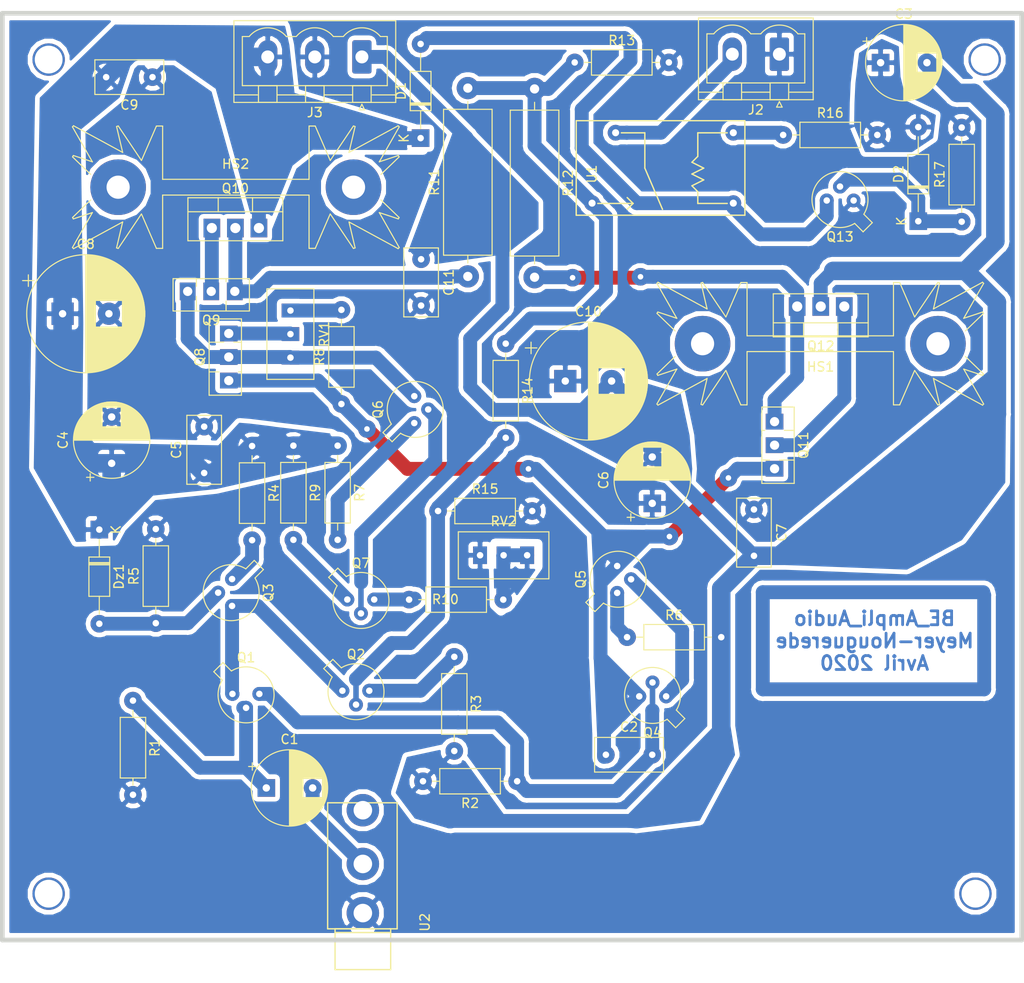
<source format=kicad_pcb>
(kicad_pcb (version 20171130) (host pcbnew "(5.0.0)")
  (title_block (title BE_Ampli_Audio) (date 2020-04-04) (rev V0) (company "INSA GEI") (comment 1 "Carole Meyer") (comment 2 "Louis Nouguerede"))
  (layers (0 F.Cu signal) (31 B.Cu signal) (34 B.Paste user hide) (35 F.Paste user) (36 B.SilkS user hide) (37 F.SilkS user) (38 B.Mask user hide) (39 F.Mask user hide) (44 Edge.Cuts user))
  (net 0 "")
  (net 1 "Net-(C1-Pad1)")
  (net 2 "Net-(C1-Pad2)")
  (net 3 "Net-(C2-Pad1)")
  (net 4 "Net-(C2-Pad2)")
  (net 5 -12V)
  (net 6 "Net-(C3-Pad1)")
  (net 7 GND)
  (net 8 +12V)
  (net 9 "Net-(D1-Pad2)")
  (net 10 "Net-(D2-Pad1)")
  (net 11 "Net-(Dz1-Pad2)")
  (net 12 "Net-(Q1-Pad1)")
  (net 13 "Net-(Q2-Pad2)")
  (net 14 "Net-(Q2-Pad3)")
  (net 15 "Net-(Q3-Pad1)")
  (net 16 "Net-(Q4-Pad1)")
  (net 17 "Net-(Q5-Pad1)")
  (net 18 "Net-(Q6-Pad3)")
  (net 19 "Net-(Q6-Pad2)")
  (net 20 "Net-(Q6-Pad1)")
  (net 21 "Net-(Q7-Pad1)")
  (net 22 "Net-(Q7-Pad3)")
  (net 23 "Net-(Q8-Pad3)")
  (net 24 "Net-(Q10-Pad2)")
  (net 25 "Net-(Q10-Pad1)")
  (net 26 "Net-(Q11-Pad2)")
  (net 27 "Net-(Q11-Pad1)")
  (net 28 "Net-(R8-Pad2)")
  (net 29 "Net-(R10-Pad2)")
  (net 30 "Net-(R11-Pad2)")
  (net 31 "Net-(R16-Pad1)")
  (net 32 "Net-(U2-PadTN)")
  (net 33 "Net-(J2-Pad2)")
  (module Be-Elec:RelayBE (layer F.Cu) (at 107.9881 43.9928 180)
    (fp_text reference U1 (at 16.51 4.445 270) (layer F.SilkS))
    (fp_text value Relay_1CT)
    (pad 7 thru_hole circle (at 16.49 1.3 180) (size 1.7 1.7) (drill 0.762) (layers *.Cu *.Mask) (net 30 "Net-(R11-Pad2)"))
    (pad 1 thru_hole circle (at 13.95 8.9 270) (size 1.7 1.7) (drill 0.762) (layers *.Cu *.Mask) (net 33 "Net-(J2-Pad2)"))
    (pad 6 thru_hole circle (at 1.25 1.3 180) (size 1.7 1.7) (drill 0.762) (layers *.Cu *.Mask) (net 9 "Net-(D1-Pad2)"))
    (pad 2 thru_hole circle (at 1.25 8.9 180) (size 1.7 1.7) (drill 0.762) (layers *.Cu *.Mask) (net 31 "Net-(R16-Pad1)"))
  )
  (module Be-Elec:CP_Radial_D8.0mm_P5.00mm (layer F.Cu) (at 122.6312 27.5336)
    (fp_text reference C3 (at 2.5 -5.25) (layer F.SilkS))
    (fp_text value 47µ)
    (pad 2 thru_hole circle (at 5 0) (size 1.9 1.9) (drill 0.8) (layers *.Cu *.Mask) (net 5 -12V))
    (pad 1 thru_hole rect (at 0 0) (size 1.9 1.9) (drill 0.8) (layers *.Cu *.Mask) (net 6 "Net-(C3-Pad1)"))
  )
  (module Be-Elec:C_Rect_L7.2mm_W3.5mm_P5.00mm_FKS2_FKP2_MKS2_MKP2 (layer F.Cu) (at 49.6443 71.8058 90)
    (fp_text reference C5 (at 2.5 -3 90) (layer F.SilkS))
    (fp_text value 100n)
    (pad 2 thru_hole circle (at 5 0 90) (size 1.9 1.9) (drill 0.7) (layers *.Cu *.Mask) (net 7 GND))
    (pad 1 thru_hole circle (at 0 0 90) (size 1.9 1.9) (drill 0.7) (layers *.Cu *.Mask) (net 8 +12V))
  )
  (module Be-Elec:C_Rect_L7.2mm_W3.5mm_P5.00mm_FKS2_FKP2_MKS2_MKP2 (layer F.Cu) (at 108.966 75.7428 270)
    (fp_text reference C7 (at 2.5 -3 270) (layer F.SilkS))
    (fp_text value 100n)
    (pad 1 thru_hole circle (at 0 0 270) (size 1.9 1.9) (drill 0.7) (layers *.Cu *.Mask) (net 7 GND))
    (pad 2 thru_hole circle (at 5 0 270) (size 1.9 1.9) (drill 0.7) (layers *.Cu *.Mask) (net 5 -12V))
  )
  (module Be-Elec:C_Rect_L7.2mm_W3.5mm_P5.00mm_FKS2_FKP2_MKS2_MKP2 (layer F.Cu) (at 44.069 29.0957 180)
    (fp_text reference C9 (at 2.5 -3 180) (layer F.SilkS))
    (fp_text value 100n)
    (pad 2 thru_hole circle (at 5 0 180) (size 1.9 1.9) (drill 0.7) (layers *.Cu *.Mask) (net 8 +12V))
    (pad 1 thru_hole circle (at 0 0 180) (size 1.9 1.9) (drill 0.7) (layers *.Cu *.Mask) (net 7 GND))
  )
  (module Be-Elec:C_Rect_L7.2mm_W3.5mm_P5.00mm_FKS2_FKP2_MKS2_MKP2 (layer F.Cu) (at 73.0504 48.7426 270)
    (fp_text reference C11 (at 2.5 -3 270) (layer F.SilkS))
    (fp_text value 100n)
    (pad 1 thru_hole circle (at 0 0 270) (size 1.9 1.9) (drill 0.7) (layers *.Cu *.Mask) (net 5 -12V))
    (pad 2 thru_hole circle (at 5 0 270) (size 1.9 1.9) (drill 0.7) (layers *.Cu *.Mask) (net 7 GND))
  )
  (module Be-Elec:PhoenixContact_MSTBVA_2,5_2-G-5,08_1x02_P5.08mm_Vertical (layer F.Cu) (at 111.7092 26.6192 180)
    (fp_text reference J2 (at 2.54 -6 180) (layer F.SilkS))
    (fp_text value Conn_01x02)
    (pad 2 thru_hole oval (at 5.08 0 180) (size 2.08 3.6) (drill 1.4) (layers *.Cu *.Mask) (net 33 "Net-(J2-Pad2)"))
    (pad 1 thru_hole roundrect (at 0 0 180) (size 2.08 3.6) (drill 1.4) (layers *.Cu *.Mask) (roundrect_rratio 0.120192) (net 7 GND))
  )
  (module Be-Elec:CP_Radial_D8.0mm_P5.00mm (layer F.Cu) (at 56.3499 105.791)
    (fp_text reference C1 (at 2.5 -5.25) (layer F.SilkS))
    (fp_text value 47µ)
    (pad 1 thru_hole rect (at 0 0) (size 1.9 1.9) (drill 0.8) (layers *.Cu *.Mask) (net 1 "Net-(C1-Pad1)"))
    (pad 2 thru_hole circle (at 5 0) (size 1.9 1.9) (drill 0.8) (layers *.Cu *.Mask) (net 2 "Net-(C1-Pad2)"))
  )
  (module Be-Elec:C_Rect_L7.2mm_W3.5mm_P5.00mm_FKS2_FKP2_MKS2_MKP2 (layer F.Cu) (at 92.9894 102.2096)
    (fp_text reference C2 (at 2.5 -3) (layer F.SilkS))
    (fp_text value C)
    (pad 1 thru_hole circle (at 0 0) (size 1.9 1.9) (drill 0.7) (layers *.Cu *.Mask) (net 3 "Net-(C2-Pad1)"))
    (pad 2 thru_hole circle (at 5 0) (size 1.9 1.9) (drill 0.7) (layers *.Cu *.Mask) (net 4 "Net-(C2-Pad2)"))
  )
  (module Be-Elec:CP_Radial_D8.0mm_P5.00mm (layer F.Cu) (at 39.6621 70.7644 90)
    (fp_text reference C4 (at 2.5 -5.25 90) (layer F.SilkS))
    (fp_text value 10µ)
    (pad 2 thru_hole circle (at 5 0 90) (size 1.9 1.9) (drill 0.8) (layers *.Cu *.Mask) (net 7 GND))
    (pad 1 thru_hole rect (at 0 0 90) (size 1.9 1.9) (drill 0.8) (layers *.Cu *.Mask) (net 8 +12V))
  )
  (module Be-Elec:CP_Radial_D8.0mm_P5.00mm (layer F.Cu) (at 97.9932 75.0824 90)
    (fp_text reference C6 (at 2.5 -5.25 90) (layer F.SilkS))
    (fp_text value 10µ)
    (pad 1 thru_hole rect (at 0 0 90) (size 1.9 1.9) (drill 0.8) (layers *.Cu *.Mask) (net 7 GND))
    (pad 2 thru_hole circle (at 5 0 90) (size 1.9 1.9) (drill 0.8) (layers *.Cu *.Mask) (net 5 -12V))
  )
  (module Be-Elec:CP_Radial_D12.5mm_P5.00mm (layer F.Cu) (at 34.3662 54.6227)
    (fp_text reference C8 (at 2.5 -7.5) (layer F.SilkS))
    (fp_text value 470µ)
    (pad 1 thru_hole rect (at 0 0) (size 2.4 2.4) (drill 0.8) (layers *.Cu *.Mask) (net 8 +12V))
    (pad 2 thru_hole circle (at 5 0) (size 2.4 2.4) (drill 0.8) (layers *.Cu *.Mask) (net 7 GND))
  )
  (module Be-Elec:CP_Radial_D12.5mm_P5.00mm (layer F.Cu) (at 88.6079 61.8871)
    (fp_text reference C10 (at 2.5 -7.5) (layer F.SilkS))
    (fp_text value 470µ)
    (pad 1 thru_hole rect (at 0 0) (size 2.4 2.4) (drill 0.8) (layers *.Cu *.Mask) (net 7 GND))
    (pad 2 thru_hole circle (at 5 0) (size 2.4 2.4) (drill 0.8) (layers *.Cu *.Mask) (net 5 -12V))
  )
  (module Be-Elec:D_DO-35_SOD27_P10.16mm_Horizontal (layer F.Cu) (at 72.9996 35.6743 90)
    (fp_text reference D1 (at 5.08 -2.12 90) (layer F.SilkS))
    (fp_text value 1N4148)
    (fp_text user K (at 0 -1.8 90) (layer F.SilkS))
    (pad 1 thru_hole rect (at 0 0 90) (size 1.9 1.9) (drill 0.7) (layers *.Cu *.Mask) (net 8 +12V))
    (pad 2 thru_hole oval (at 10.16 0 90) (size 1.9 1.9) (drill 0.7) (layers *.Cu *.Mask) (net 9 "Net-(D1-Pad2)"))
  )
  (module Be-Elec:D_DO-35_SOD27_P10.16mm_Horizontal (layer F.Cu) (at 126.6952 44.6405 90)
    (fp_text reference D2 (at 5.08 -2.12 90) (layer F.SilkS))
    (fp_text value 1N4148)
    (fp_text user K (at 0 -1.8 90) (layer F.SilkS))
    (pad 1 thru_hole rect (at 0 0 90) (size 1.9 1.9) (drill 0.7) (layers *.Cu *.Mask) (net 10 "Net-(D2-Pad1)"))
    (pad 2 thru_hole oval (at 10.16 0 90) (size 1.9 1.9) (drill 0.7) (layers *.Cu *.Mask) (net 6 "Net-(C3-Pad1)"))
  )
  (module Be-Elec:D_DO-35_SOD27_P10.16mm_Horizontal (layer F.Cu) (at 38.3286 77.9145 270)
    (fp_text reference Dz1 (at 5.08 -2.12 270) (layer F.SilkS))
    (fp_text value BZX55C5V1)
    (fp_text user K (at 0 -1.8 270) (layer F.SilkS))
    (pad 2 thru_hole oval (at 10.16 0 270) (size 1.9 1.9) (drill 0.7) (layers *.Cu *.Mask) (net 11 "Net-(Dz1-Pad2)"))
    (pad 1 thru_hole rect (at 0 0 270) (size 1.9 1.9) (drill 0.7) (layers *.Cu *.Mask) (net 8 +12V))
  )
  (module Be-Elec:Heatsink_Fischer_SK104-STC-STIC_35x13mm_2xDrill2.5mm (layer F.Cu) (at 116.120462 57.855449 180)
    (fp_text reference HS1 (at -0.025 -2.5 180) (layer F.SilkS))
    (fp_text value Heatsink)
    (pad 1 thru_hole circle (at 12.7 0 180) (size 6 6) (drill 2.5) (layers *.Cu *.Mask))
    (pad 1 thru_hole circle (at -12.7 0) (size 6 6) (drill 2.5) (layers *.Cu *.Mask))
  )
  (module Be-Elec:Heatsink_Fischer_SK104-STC-STIC_35x13mm_2xDrill2.5mm (layer F.Cu) (at 53.0606 40.9702)
    (fp_text reference HS2 (at -0.025 -2.5) (layer F.SilkS))
    (fp_text value Heatsink)
    (pad 1 thru_hole circle (at -12.7 0 180) (size 6 6) (drill 2.5) (layers *.Cu *.Mask))
    (pad 1 thru_hole circle (at 12.7 0) (size 6 6) (drill 2.5) (layers *.Cu *.Mask))
  )
  (module Be-Elec:PhoenixContact_MSTBVA_2,5_3-G-5,08_1x03_P5.08mm_Vertical (layer F.Cu) (at 66.6623 26.9113 180)
    (fp_text reference J3 (at 5.08 -6 180) (layer F.SilkS))
    (fp_text value Conn_01x03)
    (pad 1 thru_hole roundrect (at 0 0 180) (size 2.08 3.6) (drill 1.4) (layers *.Cu *.Mask) (roundrect_rratio 0.120192) (net 5 -12V))
    (pad 2 thru_hole oval (at 5.08 0 180) (size 2.08 3.6) (drill 1.4) (layers *.Cu *.Mask) (net 7 GND))
    (pad 3 thru_hole oval (at 10.16 0 180) (size 2.08 3.6) (drill 1.4) (layers *.Cu *.Mask) (net 8 +12V))
  )
  (module Be-Elec:TO-18-3 (layer F.Cu) (at 52.8955 95.7453)
    (fp_text reference Q1 (at 1.27 -4.02) (layer F.SilkS))
    (fp_text value 2N2907)
    (pad 1 thru_hole circle (at -0.2 -0.1) (size 1.5 1.5) (drill 0.7) (layers *.Cu *.Mask) (net 12 "Net-(Q1-Pad1)"))
    (pad 2 thru_hole circle (at 1.27 1.4) (size 1.5 1.5) (drill 0.7) (layers *.Cu *.Mask) (net 1 "Net-(C1-Pad1)"))
    (pad 3 thru_hole circle (at 2.7 -0.1) (size 1.5 1.5) (drill 0.7) (layers *.Cu *.Mask) (net 4 "Net-(C2-Pad2)"))
  )
  (module Be-Elec:TO-18-3 (layer F.Cu) (at 64.7573 95.4024)
    (fp_text reference Q2 (at 1.27 -4.02) (layer F.SilkS))
    (fp_text value 2N2907)
    (pad 1 thru_hole circle (at -0.2 -0.1) (size 1.5 1.5) (drill 0.7) (layers *.Cu *.Mask) (net 12 "Net-(Q1-Pad1)"))
    (pad 2 thru_hole circle (at 1.27 1.4) (size 1.5 1.5) (drill 0.7) (layers *.Cu *.Mask) (net 13 "Net-(Q2-Pad2)"))
    (pad 3 thru_hole circle (at 2.7 -0.1) (size 1.5 1.5) (drill 0.7) (layers *.Cu *.Mask) (net 14 "Net-(Q2-Pad3)"))
  )
  (module Be-Elec:TO-18-3 (layer F.Cu) (at 52.5526 83.4517 270)
    (fp_text reference Q3 (at 1.27 -4.02 270) (layer F.SilkS))
    (fp_text value 2N2907)
    (pad 3 thru_hole circle (at 2.7 -0.1 270) (size 1.5 1.5) (drill 0.7) (layers *.Cu *.Mask) (net 12 "Net-(Q1-Pad1)"))
    (pad 2 thru_hole circle (at 1.27 1.4 270) (size 1.5 1.5) (drill 0.7) (layers *.Cu *.Mask) (net 11 "Net-(Dz1-Pad2)"))
    (pad 1 thru_hole circle (at -0.2 -0.1 270) (size 1.5 1.5) (drill 0.7) (layers *.Cu *.Mask) (net 15 "Net-(Q3-Pad1)"))
  )
  (module Be-Elec:TO-18-3 (layer F.Cu) (at 99.2886 95.8088 180)
    (fp_text reference Q4 (at 1.27 -4.02 180) (layer F.SilkS))
    (fp_text value 2N2222)
    (pad 3 thru_hole circle (at 2.7 -0.1 180) (size 1.5 1.5) (drill 0.7) (layers *.Cu *.Mask) (net 3 "Net-(C2-Pad1)"))
    (pad 2 thru_hole circle (at 1.27 1.4 180) (size 1.5 1.5) (drill 0.7) (layers *.Cu *.Mask) (net 4 "Net-(C2-Pad2)"))
    (pad 1 thru_hole circle (at -0.2 -0.1 180) (size 1.5 1.5) (drill 0.7) (layers *.Cu *.Mask) (net 16 "Net-(Q4-Pad1)"))
  )
  (module Be-Elec:TO-18-3 (layer F.Cu) (at 94.3072 84.5439 90)
    (fp_text reference Q5 (at 1.27 -4.02 90) (layer F.SilkS))
    (fp_text value 2N2222)
    (pad 1 thru_hole circle (at -0.2 -0.1 90) (size 1.5 1.5) (drill 0.7) (layers *.Cu *.Mask) (net 17 "Net-(Q5-Pad1)"))
    (pad 2 thru_hole circle (at 1.27 1.4 90) (size 1.5 1.5) (drill 0.7) (layers *.Cu *.Mask) (net 16 "Net-(Q4-Pad1)"))
    (pad 3 thru_hole circle (at 2.7 -0.1 90) (size 1.5 1.5) (drill 0.7) (layers *.Cu *.Mask) (net 3 "Net-(C2-Pad1)"))
  )
  (module Be-Elec:TO-18-3 (layer F.Cu) (at 72.4154 66.2178 90)
    (fp_text reference Q6 (at 1.27 -4.02 90) (layer F.SilkS))
    (fp_text value 2N2907)
    (pad 3 thru_hole circle (at 2.7 -0.1 90) (size 1.5 1.5) (drill 0.7) (layers *.Cu *.Mask) (net 18 "Net-(Q6-Pad3)"))
    (pad 2 thru_hole circle (at 1.27 1.4 90) (size 1.5 1.5) (drill 0.7) (layers *.Cu *.Mask) (net 19 "Net-(Q6-Pad2)"))
    (pad 1 thru_hole circle (at -0.2 -0.1 90) (size 1.5 1.5) (drill 0.7) (layers *.Cu *.Mask) (net 20 "Net-(Q6-Pad1)"))
  )
  (module Be-Elec:TO-18-3 (layer F.Cu) (at 65.2907 85.5599)
    (fp_text reference Q7 (at 1.27 -4.02) (layer F.SilkS))
    (fp_text value 2N2907)
    (pad 1 thru_hole circle (at -0.2 -0.1) (size 1.5 1.5) (drill 0.7) (layers *.Cu *.Mask) (net 21 "Net-(Q7-Pad1)"))
    (pad 2 thru_hole circle (at 1.27 1.4) (size 1.5 1.5) (drill 0.7) (layers *.Cu *.Mask) (net 19 "Net-(Q6-Pad2)"))
    (pad 3 thru_hole circle (at 2.7 -0.1) (size 1.5 1.5) (drill 0.7) (layers *.Cu *.Mask) (net 22 "Net-(Q7-Pad3)"))
  )
  (module Be-Elec:TO-126-3_Vertical (layer F.Cu) (at 52.2986 61.8363 90)
    (fp_text reference Q8 (at 2.54 -3.12 90) (layer F.SilkS))
    (fp_text value BD139)
    (pad 1 thru_hole rect (at 0 0 90) (size 1.7 1.9) (drill 1) (layers *.Cu *.Mask) (net 3 "Net-(C2-Pad1)"))
    (pad 2 thru_hole rect (at 2.54 0 90) (size 1.7 1.9) (drill 1) (layers *.Cu *.Mask) (net 18 "Net-(Q6-Pad3)"))
    (pad 3 thru_hole rect (at 5.08 0 90) (size 1.7 1.9) (drill 1) (layers *.Cu *.Mask) (net 23 "Net-(Q8-Pad3)"))
  )
  (module Be-Elec:TO-126-3_Vertical (layer F.Cu) (at 52.9463 52.2097 180)
    (fp_text reference Q9 (at 2.54 -3.12 180) (layer F.SilkS))
    (fp_text value BD139)
    (pad 1 thru_hole rect (at 0 0 180) (size 1.7 1.9) (drill 1) (layers *.Cu *.Mask) (net 24 "Net-(Q10-Pad2)"))
    (pad 2 thru_hole rect (at 2.54 0 180) (size 1.7 1.9) (drill 1) (layers *.Cu *.Mask) (net 25 "Net-(Q10-Pad1)"))
    (pad 3 thru_hole rect (at 5.08 0 180) (size 1.7 1.9) (drill 1) (layers *.Cu *.Mask) (net 18 "Net-(Q6-Pad3)"))
  )
  (module Be-Elec:TO-220-3_Vertical (layer F.Cu) (at 50.4698 45.3771)
    (fp_text reference Q10 (at 2.54 -4.27) (layer F.SilkS))
    (fp_text value TIP32)
    (pad 3 thru_hole rect (at 5.08 0) (size 1.8 2) (drill 1.1) (layers *.Cu *.Mask) (net 8 +12V))
    (pad 2 thru_hole rect (at 2.54 0) (size 1.8 2) (drill 1.1) (layers *.Cu *.Mask) (net 24 "Net-(Q10-Pad2)"))
    (pad 1 thru_hole rect (at 0 0) (size 1.8 2) (drill 1.1) (layers *.Cu *.Mask) (net 25 "Net-(Q10-Pad1)"))
  )
  (module Be-Elec:TO-126-3_Vertical (layer F.Cu) (at 111.1885 66.2686 270)
    (fp_text reference Q11 (at 2.54 -3.12 270) (layer F.SilkS))
    (fp_text value BD138)
    (pad 3 thru_hole rect (at 5.08 0 270) (size 1.7 1.9) (drill 1) (layers *.Cu *.Mask) (net 3 "Net-(C2-Pad1)"))
    (pad 2 thru_hole rect (at 2.54 0 270) (size 1.7 1.9) (drill 1) (layers *.Cu *.Mask) (net 26 "Net-(Q11-Pad2)"))
    (pad 1 thru_hole rect (at 0 0 270) (size 1.7 1.9) (drill 1) (layers *.Cu *.Mask) (net 27 "Net-(Q11-Pad1)"))
  )
  (module Be-Elec:TO-220-3_Vertical (layer F.Cu) (at 118.711262 53.842249 180)
    (fp_text reference Q12 (at 2.54 -4.27 180) (layer F.SilkS))
    (fp_text value TIP31)
    (pad 1 thru_hole rect (at 0 0 180) (size 1.8 2) (drill 1.1) (layers *.Cu *.Mask) (net 26 "Net-(Q11-Pad2)"))
    (pad 2 thru_hole rect (at 2.54 0 180) (size 1.8 2) (drill 1.1) (layers *.Cu *.Mask) (net 5 -12V))
    (pad 3 thru_hole rect (at 5.08 0 180) (size 1.8 2) (drill 1.1) (layers *.Cu *.Mask) (net 27 "Net-(Q11-Pad1)"))
  )
  (module Be-Elec:TO-18-3 (layer F.Cu) (at 119.5197 42.3037 180)
    (fp_text reference Q13 (at 1.27 -4.02 180) (layer F.SilkS))
    (fp_text value 2N2222)
    (pad 3 thru_hole circle (at 2.7 -0.1 180) (size 1.5 1.5) (drill 0.7) (layers *.Cu *.Mask) (net 9 "Net-(D1-Pad2)"))
    (pad 2 thru_hole circle (at 1.27 1.4 180) (size 1.5 1.5) (drill 0.7) (layers *.Cu *.Mask) (net 10 "Net-(D2-Pad1)"))
    (pad 1 thru_hole circle (at -0.2 -0.1 180) (size 1.5 1.5) (drill 0.7) (layers *.Cu *.Mask) (net 7 GND))
  )
  (module Be-Elec:R_Axial_DIN0207_L6.3mm_D2.5mm_P10.16mm_Horizontal (layer F.Cu) (at 41.9608 96.3676 270)
    (fp_text reference R1 (at 5.08 -2.37 270) (layer F.SilkS))
    (fp_text value R)
    (pad 2 thru_hole circle (at 10.16 0 270) (size 1.9 1.9) (drill 0.7) (layers *.Cu *.Mask) (net 7 GND))
    (pad 1 thru_hole circle (at 0 0 270) (size 1.9 1.9) (drill 0.7) (layers *.Cu *.Mask) (net 1 "Net-(C1-Pad1)"))
  )
  (module Be-Elec:R_Axial_DIN0207_L6.3mm_D2.5mm_P10.16mm_Horizontal (layer F.Cu) (at 83.4136 105.0671 180)
    (fp_text reference R2 (at 5.08 -2.37 180) (layer F.SilkS))
    (fp_text value R)
    (pad 2 thru_hole circle (at 10.16 0 180) (size 1.9 1.9) (drill 0.7) (layers *.Cu *.Mask) (net 5 -12V))
    (pad 1 thru_hole circle (at 0 0 180) (size 1.9 1.9) (drill 0.7) (layers *.Cu *.Mask) (net 4 "Net-(C2-Pad2)"))
  )
  (module Be-Elec:R_Axial_DIN0207_L6.3mm_D2.5mm_P10.16mm_Horizontal (layer F.Cu) (at 76.6318 91.6432 270)
    (fp_text reference R3 (at 5.08 -2.37 270) (layer F.SilkS))
    (fp_text value R)
    (pad 2 thru_hole circle (at 10.16 0 270) (size 1.9 1.9) (drill 0.7) (layers *.Cu *.Mask) (net 5 -12V))
    (pad 1 thru_hole circle (at 0 0 270) (size 1.9 1.9) (drill 0.7) (layers *.Cu *.Mask) (net 14 "Net-(Q2-Pad3)"))
  )
  (module Be-Elec:R_Axial_DIN0207_L6.3mm_D2.5mm_P10.16mm_Horizontal (layer F.Cu) (at 54.8132 68.8975 270)
    (fp_text reference R4 (at 5.08 -2.37 270) (layer F.SilkS))
    (fp_text value R)
    (pad 1 thru_hole circle (at 0 0 270) (size 1.9 1.9) (drill 0.7) (layers *.Cu *.Mask) (net 8 +12V))
    (pad 2 thru_hole circle (at 10.16 0 270) (size 1.9 1.9) (drill 0.7) (layers *.Cu *.Mask) (net 15 "Net-(Q3-Pad1)"))
  )
  (module Be-Elec:R_Axial_DIN0207_L6.3mm_D2.5mm_P10.16mm_Horizontal (layer F.Cu) (at 44.4246 88.011 90)
    (fp_text reference R5 (at 5.08 -2.37 90) (layer F.SilkS))
    (fp_text value R)
    (pad 2 thru_hole circle (at 10.16 0 90) (size 1.9 1.9) (drill 0.7) (layers *.Cu *.Mask) (net 7 GND))
    (pad 1 thru_hole circle (at 0 0 90) (size 1.9 1.9) (drill 0.7) (layers *.Cu *.Mask) (net 11 "Net-(Dz1-Pad2)"))
  )
  (module Be-Elec:R_Axial_DIN0207_L6.3mm_D2.5mm_P10.16mm_Horizontal (layer F.Cu) (at 95.2754 89.5223)
    (fp_text reference R6 (at 5.08 -2.37) (layer F.SilkS))
    (fp_text value R)
    (pad 1 thru_hole circle (at 0 0) (size 1.9 1.9) (drill 0.7) (layers *.Cu *.Mask) (net 17 "Net-(Q5-Pad1)"))
    (pad 2 thru_hole circle (at 10.16 0) (size 1.9 1.9) (drill 0.7) (layers *.Cu *.Mask) (net 5 -12V))
  )
  (module Be-Elec:R_Axial_DIN0207_L6.3mm_D2.5mm_P10.16mm_Horizontal (layer F.Cu) (at 64.0461 68.8594 270)
    (fp_text reference R7 (at 5.08 -2.37 270) (layer F.SilkS))
    (fp_text value R)
    (pad 2 thru_hole circle (at 10.16 0 270) (size 1.9 1.9) (drill 0.7) (layers *.Cu *.Mask) (net 20 "Net-(Q6-Pad1)"))
    (pad 1 thru_hole circle (at 0 0 270) (size 1.9 1.9) (drill 0.7) (layers *.Cu *.Mask) (net 8 +12V))
  )
  (module Be-Elec:R_Axial_DIN0207_L6.3mm_D2.5mm_P10.16mm_Horizontal (layer F.Cu) (at 64.4525 64.3636 90)
    (fp_text reference R8 (at 5.08 -2.37 90) (layer F.SilkS))
    (fp_text value R)
    (pad 1 thru_hole circle (at 0 0 90) (size 1.9 1.9) (drill 0.7) (layers *.Cu *.Mask) (net 3 "Net-(C2-Pad1)"))
    (pad 2 thru_hole circle (at 10.16 0 90) (size 1.9 1.9) (drill 0.7) (layers *.Cu *.Mask) (net 28 "Net-(R8-Pad2)"))
  )
  (module Be-Elec:R_Axial_DIN0207_L6.3mm_D2.5mm_P10.16mm_Horizontal (layer F.Cu) (at 59.2709 68.8594 270)
    (fp_text reference R9 (at 5.08 -2.37 270) (layer F.SilkS))
    (fp_text value R)
    (pad 1 thru_hole circle (at 0 0 270) (size 1.9 1.9) (drill 0.7) (layers *.Cu *.Mask) (net 8 +12V))
    (pad 2 thru_hole circle (at 10.16 0 270) (size 1.9 1.9) (drill 0.7) (layers *.Cu *.Mask) (net 21 "Net-(Q7-Pad1)"))
  )
  (module Be-Elec:R_Axial_DIN0207_L6.3mm_D2.5mm_P10.16mm_Horizontal (layer F.Cu) (at 71.755 85.471)
    (fp_text reference R10 (at 3.9116 -0.0254) (layer F.SilkS))
    (fp_text value R)
    (pad 1 thru_hole circle (at 0 0) (size 1.9 1.9) (drill 0.7) (layers *.Cu *.Mask) (net 22 "Net-(Q7-Pad3)"))
    (pad 2 thru_hole circle (at 10.16 0) (size 1.9 1.9) (drill 0.7) (layers *.Cu *.Mask) (net 29 "Net-(R10-Pad2)"))
  )
  (module Be-Elec:R_Axial_DIN0516_L15.5mm_D5.0mm_P20.32mm_Horizontal (layer F.Cu) (at 78.0923 50.5968 90)
    (fp_text reference R11 (at 10.16 -3.62 90) (layer F.SilkS))
    (fp_text value R)
    (pad 1 thru_hole circle (at 0 0 90) (size 2.4 2.4) (drill 1) (layers *.Cu *.Mask) (net 24 "Net-(Q10-Pad2)"))
    (pad 2 thru_hole oval (at 20.32 0 90) (size 2.4 2.4) (drill 1) (layers *.Cu *.Mask) (net 30 "Net-(R11-Pad2)"))
  )
  (module Be-Elec:R_Axial_DIN0516_L15.5mm_D5.0mm_P20.32mm_Horizontal (layer F.Cu) (at 85.2932 30.3657 270)
    (fp_text reference R12 (at 10.16 -3.62 270) (layer F.SilkS))
    (fp_text value R)
    (pad 2 thru_hole oval (at 20.32 0 270) (size 2.4 2.4) (drill 1) (layers *.Cu *.Mask) (net 27 "Net-(Q11-Pad1)"))
    (pad 1 thru_hole circle (at 0 0 270) (size 2.4 2.4) (drill 1) (layers *.Cu *.Mask) (net 30 "Net-(R11-Pad2)"))
  )
  (module Be-Elec:R_Axial_DIN0207_L6.3mm_D2.5mm_P10.16mm_Horizontal (layer F.Cu) (at 89.6239 27.5082)
    (fp_text reference R13 (at 5.08 -2.37) (layer F.SilkS))
    (fp_text value R)
    (pad 2 thru_hole circle (at 10.16 0) (size 1.9 1.9) (drill 0.7) (layers *.Cu *.Mask) (net 7 GND))
    (pad 1 thru_hole circle (at 0 0) (size 1.9 1.9) (drill 0.7) (layers *.Cu *.Mask) (net 30 "Net-(R11-Pad2)"))
  )
  (module Be-Elec:R_Axial_DIN0207_L6.3mm_D2.5mm_P10.16mm_Horizontal (layer F.Cu) (at 82.1817 57.8485 270)
    (fp_text reference R14 (at 5.08 -2.37 270) (layer F.SilkS))
    (fp_text value R)
    (pad 1 thru_hole circle (at 0 0 270) (size 1.9 1.9) (drill 0.7) (layers *.Cu *.Mask) (net 30 "Net-(R11-Pad2)"))
    (pad 2 thru_hole circle (at 10.16 0 270) (size 1.9 1.9) (drill 0.7) (layers *.Cu *.Mask) (net 13 "Net-(Q2-Pad2)"))
  )
  (module Be-Elec:R_Axial_DIN0207_L6.3mm_D2.5mm_P10.16mm_Horizontal (layer F.Cu) (at 74.8792 75.9079)
    (fp_text reference R15 (at 5.08 -2.37) (layer F.SilkS))
    (fp_text value R)
    (pad 1 thru_hole circle (at 0 0) (size 1.9 1.9) (drill 0.7) (layers *.Cu *.Mask) (net 13 "Net-(Q2-Pad2)"))
    (pad 2 thru_hole circle (at 10.16 0) (size 1.9 1.9) (drill 0.7) (layers *.Cu *.Mask) (net 7 GND))
  )
  (module Be-Elec:R_Axial_DIN0207_L6.3mm_D2.5mm_P10.16mm_Horizontal (layer F.Cu) (at 112.1156 35.3314)
    (fp_text reference R16 (at 5.08 -2.37) (layer F.SilkS))
    (fp_text value R)
    (pad 2 thru_hole circle (at 10.16 0) (size 1.9 1.9) (drill 0.7) (layers *.Cu *.Mask) (net 6 "Net-(C3-Pad1)"))
    (pad 1 thru_hole circle (at 0 0) (size 1.9 1.9) (drill 0.7) (layers *.Cu *.Mask) (net 31 "Net-(R16-Pad1)"))
  )
  (module Be-Elec:R_Axial_DIN0207_L6.3mm_D2.5mm_P10.16mm_Horizontal (layer F.Cu) (at 131.3815 44.6913 90)
    (fp_text reference R17 (at 5.08 -2.37 90) (layer F.SilkS))
    (fp_text value R)
    (pad 1 thru_hole circle (at 0 0 90) (size 1.9 1.9) (drill 0.7) (layers *.Cu *.Mask) (net 10 "Net-(D2-Pad1)"))
    (pad 2 thru_hole circle (at 10.16 0 90) (size 1.9 1.9) (drill 0.7) (layers *.Cu *.Mask) (net 7 GND))
  )
  (module Be-Elec:Potentiometer_Bourns_3296W_Vertical (layer F.Cu) (at 58.9534 59.3598 270)
    (fp_text reference RV1 (at -2.54 -3.66 270) (layer F.SilkS))
    (fp_text value R_POT)
    (pad 3 thru_hole rect (at -5.08 0 270) (size 1.5 1.9) (drill 0.7) (layers *.Cu *.Mask) (net 28 "Net-(R8-Pad2)"))
    (pad 2 thru_hole rect (at -2.54 0 270) (size 1.5 1.9) (drill 0.7) (layers *.Cu *.Mask) (net 23 "Net-(Q8-Pad3)"))
    (pad 1 thru_hole rect (at 0 0 270) (size 1.5 1.9) (drill 0.7) (layers *.Cu *.Mask) (net 18 "Net-(Q6-Pad3)"))
  )
  (module Be-Elec:Potentiometer_Bourns_3296W_Vertical (layer F.Cu) (at 84.4931 80.6831)
    (fp_text reference RV2 (at -2.54 -3.66) (layer F.SilkS))
    (fp_text value R_POT)
    (pad 1 thru_hole rect (at 0 0) (size 1.5 1.9) (drill 0.7) (layers *.Cu *.Mask) (net 29 "Net-(R10-Pad2)"))
    (pad 2 thru_hole rect (at -2.54 0) (size 1.5 1.9) (drill 0.7) (layers *.Cu *.Mask) (net 29 "Net-(R10-Pad2)"))
    (pad 3 thru_hole rect (at -5.08 0) (size 1.5 1.9) (drill 0.7) (layers *.Cu *.Mask) (net 7 GND))
  )
  (module Be-Elec:Jack_35RAPC2AV (layer F.Cu) (at 66.76644 121.39168 90)
    (fp_text reference U2 (at 1.1 6.7 90) (layer F.SilkS))
    (fp_text value Jack_Mono)
    (pad TN thru_hole circle (at 13.2 0 90) (size 3.5 3.5) (drill 2) (layers *.Cu *.Mask) (net 32 "Net-(U2-PadTN)"))
    (pad G thru_hole circle (at 2.1 0 90) (size 3.5 3.5) (drill 2) (layers *.Cu *.Mask) (net 7 GND))
    (pad T thru_hole circle (at 7.4 0 90) (size 3.5 3.5) (drill 2) (layers *.Cu *.Mask) (net 2 "Net-(C1-Pad2)"))
  )
  (gr_text "BE_Ampli_Audio\nMeyer-Nouguerede\nAvril 2020" (at 121.9708 89.916) (layer B.Cu) (effects (font (size 1.5 1.5) (thickness 0.3)) (justify mirror)))
  (gr_line (start -33 11.75) (end -33.5 11.5) (layer B.SilkS) (width 0.2))
  (gr_line (start 27.8638 22.1996) (end 27.8638 122.1996) (layer Edge.Cuts) (width 0.5))
  (gr_line (start 27.8638 122.1996) (end 137.8638 122.1996) (layer Edge.Cuts) (width 0.5))
  (gr_line (start 137.8638 22.1996) (end 137.8638 122.1996) (layer Edge.Cuts) (width 0.5))
  (gr_line (start 27.8638 22.1996) (end 137.8638 22.1996) (layer Edge.Cuts) (width 0.5))
  (via (at 32.8638 27.1996) (size 3.5) (drill 3) (layers F.Cu B.Cu) (net 0))
  (via (at 133.8638 27.1996) (size 3.5) (drill 3) (layers F.Cu B.Cu) (net 0))
  (via (at 32.8638 117.1996) (size 3.5) (drill 3) (layers F.Cu B.Cu) (net 0))
  (via (at 132.8638 117.1996) (size 3.5) (drill 3) (layers F.Cu B.Cu) (net 0))
  (segment (start 109.9185 84.6709) (end 133.7183 84.6709) (width 1.5) (layer B.Cu) (net 0))
  (segment (start 109.9185 95.1357) (end 109.9185 84.6709) (width 1.5) (layer B.Cu) (net 0))
  (segment (start 109.9312 95.1484) (end 109.9185 95.1357) (width 1.5) (layer B.Cu) (net 0))
  (segment (start 133.8072 95.1484) (end 109.9312 95.1484) (width 1.5) (layer B.Cu) (net 0))
  (segment (start 133.7056 84.8868) (end 133.8072 84.9884) (width 1.5) (layer B.Cu) (net 0))
  (segment (start 133.8072 84.9884) (end 133.8072 95.1484) (width 1.5) (layer B.Cu) (net 0))
  (segment (start 54.1655 103.6066) (end 56.3499 105.791) (width 1.5) (layer B.Cu) (net 1))
  (segment (start 54.1655 97.1453) (end 54.1655 103.6066) (width 1.5) (layer B.Cu) (net 1))
  (segment (start 54.1655 97.1453) (end 53.859502 97.1453) (width 1.5) (layer B.Cu) (net 1))
  (segment (start 49.1998 103.6066) (end 41.9608 96.3676) (width 1.5) (layer B.Cu) (net 1))
  (segment (start 54.1655 103.6066) (end 49.1998 103.6066) (width 1.5) (layer B.Cu) (net 1))
  (segment (start 61.3499 108.57514) (end 66.76644 113.99168) (width 1.5) (layer B.Cu) (net 2))
  (segment (start 61.3499 105.791) (end 61.3499 108.57514) (width 1.5) (layer B.Cu) (net 2))
  (segment (start 61.9252 61.8363) (end 64.4525 64.3636) (width 1.5) (layer B.Cu) (net 3))
  (segment (start 52.2986 61.8363) (end 61.9252 61.8363) (width 1.5) (layer B.Cu) (net 3))
  (segment (start 92.7862 99.7112) (end 96.5886 95.9088) (width 1.5) (layer B.Cu) (net 3))
  (segment (start 92.7862 102.4382) (end 92.7862 99.7112) (width 1.5) (layer B.Cu) (net 3))
  (segment (start 93.457201 82.593899) (end 94.2072 81.8439) (width 1.5) (layer B.Cu) (net 3))
  (segment (start 92.407199 83.643901) (end 93.457201 82.593899) (width 1.5) (layer B.Cu) (net 3))
  (segment (start 96.5886 95.9088) (end 92.407199 91.727399) (width 1.5) (layer B.Cu) (net 3))
  (segment (start 92.407199 91.727399) (end 92.407199 83.643901) (width 1.5) (layer B.Cu) (net 3))
  (via (at 99.8474 78.6638) (size 1.9) (drill 0.6) (layers F.Cu B.Cu) (net 3))
  (via (at 106.210102 72.3392) (size 1.9) (drill 0.6) (layers F.Cu B.Cu) (net 3))
  (segment (start 99.8474 78.6638) (end 106.172002 72.3392) (width 1.5) (layer F.Cu) (net 3))
  (segment (start 106.172002 72.3392) (end 106.210102 72.3392) (width 1.5) (layer F.Cu) (net 3))
  (segment (start 111.1885 71.3486) (end 107.200702 71.3486) (width 1.5) (layer B.Cu) (net 3))
  (segment (start 107.200702 71.3486) (end 107.160101 71.389201) (width 1.5) (layer B.Cu) (net 3))
  (segment (start 107.160101 71.389201) (end 106.210102 72.3392) (width 1.5) (layer B.Cu) (net 3))
  (via (at 67.2084 67.056) (size 1.9) (drill 0.6) (layers F.Cu B.Cu) (net 3))
  (segment (start 64.4525 64.3636) (end 67.1449 67.056) (width 1.5) (layer B.Cu) (net 3))
  (segment (start 67.1449 67.056) (end 67.2084 67.056) (width 1.5) (layer B.Cu) (net 3))
  (via (at 84.6328 71.3613) (size 1.9) (drill 0.6) (layers F.Cu B.Cu) (net 3))
  (segment (start 85.4202 71.3613) (end 84.6328 71.3613) (width 1.5) (layer B.Cu) (net 3))
  (segment (start 94.2072 81.8439) (end 94.2072 80.1483) (width 1.5) (layer B.Cu) (net 3))
  (segment (start 94.2072 80.1483) (end 85.4202 71.3613) (width 1.5) (layer B.Cu) (net 3))
  (segment (start 97.3873 78.6638) (end 99.8474 78.6638) (width 1.5) (layer B.Cu) (net 3))
  (segment (start 94.2072 81.8439) (end 97.3873 78.6638) (width 1.5) (layer B.Cu) (net 3))
  (segment (start 83.289298 71.3613) (end 84.6328 71.3613) (width 1.5) (layer F.Cu) (net 3))
  (segment (start 71.5645 71.3613) (end 83.289298 71.3613) (width 1.5) (layer F.Cu) (net 3))
  (segment (start 67.2084 67.056) (end 67.2592 67.056) (width 1.5) (layer F.Cu) (net 3))
  (segment (start 67.2592 67.056) (end 71.5645 71.3613) (width 1.5) (layer F.Cu) (net 3))
  (segment (start 98.0186 97.4217) (end 98.0186 94.4088) (width 0.6) (layer B.Cu) (net 4))
  (segment (start 83.4136 100.838) (end 83.4136 105.0671) (width 1.5) (layer B.Cu) (net 4))
  (segment (start 56.6661 95.6453) (end 59.731799 98.710999) (width 1.5) (layer B.Cu) (net 4))
  (segment (start 55.5955 95.6453) (end 56.6661 95.6453) (width 1.5) (layer B.Cu) (net 4))
  (segment (start 59.731799 98.710999) (end 77.057499 98.710999) (width 1.5) (layer B.Cu) (net 4))
  (segment (start 77.057499 98.710999) (end 77.0636 98.7171) (width 1.5) (layer B.Cu) (net 4))
  (segment (start 77.0636 98.7171) (end 81.2927 98.7171) (width 1.5) (layer B.Cu) (net 4))
  (segment (start 81.2927 98.7171) (end 83.4136 100.838) (width 1.5) (layer B.Cu) (net 4))
  (segment (start 97.9894 97.4509) (end 97.9894 102.2096) (width 1.5) (layer B.Cu) (net 4))
  (segment (start 98.0186 97.4217) (end 97.9894 97.4509) (width 1.5) (layer B.Cu) (net 4))
  (segment (start 94.1032 106.1212) (end 97.7862 102.4382) (width 1.5) (layer B.Cu) (net 4))
  (segment (start 83.4136 105.0671) (end 84.4677 106.1212) (width 1.5) (layer B.Cu) (net 4))
  (segment (start 84.4677 106.1212) (end 94.1032 106.1212) (width 1.5) (layer B.Cu) (net 4))
  (segment (start 77.9399 42.4434) (end 74.0664 46.3169) (width 1.5) (layer B.Cu) (net 5))
  (segment (start 74.0664 46.3169) (end 74.0664 46.3677) (width 1.5) (layer B.Cu) (net 5))
  (segment (start 73.0504 47.3837) (end 73.0504 48.7426) (width 1.5) (layer B.Cu) (net 5))
  (segment (start 74.0664 46.3677) (end 73.0504 47.3837) (width 1.5) (layer B.Cu) (net 5))
  (segment (start 77.9399 42.4434) (end 77.9399 42.4688) (width 1.5) (layer B.Cu) (net 5))
  (segment (start 77.9399 42.4688) (end 81.8261 46.355) (width 1.5) (layer B.Cu) (net 5))
  (segment (start 81.8261 46.355) (end 81.8261 53.8734) (width 1.5) (layer B.Cu) (net 5))
  (segment (start 97.9932 68.2028) (end 97.9932 70.0824) (width 1.5) (layer B.Cu) (net 5))
  (segment (start 98.0567 68.1393) (end 97.9932 68.2028) (width 1.5) (layer B.Cu) (net 5))
  (segment (start 116.171262 51.342249) (end 116.171262 53.842249) (width 1.5) (layer B.Cu) (net 5))
  (segment (start 117.513611 49.9999) (end 116.171262 51.342249) (width 1.5) (layer B.Cu) (net 5))
  (segment (start 76.6318 101.8032) (end 76.5175 101.8032) (width 1.5) (layer B.Cu) (net 5))
  (segment (start 98.3056 70.0824) (end 97.9932 70.0824) (width 1.5) (layer B.Cu) (net 5))
  (segment (start 108.966 80.7428) (end 98.3056 70.0824) (width 1.5) (layer B.Cu) (net 5))
  (segment (start 94.807899 63.087099) (end 94.913299 63.087099) (width 1.5) (layer B.Cu) (net 5))
  (segment (start 93.6079 61.8871) (end 94.807899 63.087099) (width 1.5) (layer B.Cu) (net 5))
  (segment (start 98.0567 66.2305) (end 98.0567 68.1393) (width 1.5) (layer B.Cu) (net 5))
  (segment (start 94.913299 63.087099) (end 98.0567 66.2305) (width 1.5) (layer B.Cu) (net 5))
  (segment (start 81.8261 53.8734) (end 81.788 53.8734) (width 1.5) (layer B.Cu) (net 5))
  (segment (start 81.788 53.8734) (end 78.3463 57.3151) (width 1.5) (layer B.Cu) (net 5))
  (segment (start 78.3463 57.3151) (end 78.3463 62.5475) (width 1.5) (layer B.Cu) (net 5))
  (segment (start 78.3463 62.5475) (end 80.7974 64.9986) (width 1.5) (layer B.Cu) (net 5))
  (segment (start 90.4964 64.9986) (end 93.6079 61.8871) (width 1.5) (layer B.Cu) (net 5))
  (segment (start 80.7974 64.9986) (end 90.4964 64.9986) (width 1.5) (layer B.Cu) (net 5))
  (segment (start 77.9399 35.6362) (end 77.9399 42.4434) (width 1.5) (layer B.Cu) (net 5))
  (segment (start 66.6623 26.9113) (end 69.215 26.9113) (width 1.5) (layer B.Cu) (net 5))
  (segment (start 69.215 26.9113) (end 77.9399 35.6362) (width 1.5) (layer B.Cu) (net 5))
  (segment (start 105.4354 84.2734) (end 108.966 80.7428) (width 2) (layer B.Cu) (net 5))
  (segment (start 105.4354 89.5223) (end 105.4354 84.2734) (width 2) (layer B.Cu) (net 5))
  (segment (start 119.9045 80.7428) (end 135.1788 65.4685) (width 2) (layer B.Cu) (net 5))
  (segment (start 108.966 80.7428) (end 119.9045 80.7428) (width 2) (layer B.Cu) (net 5))
  (segment (start 135.1788 53.3781) (end 131.8006 49.9999) (width 2) (layer B.Cu) (net 5))
  (segment (start 135.1788 65.4685) (end 135.1788 53.3781) (width 2) (layer B.Cu) (net 5))
  (segment (start 131.8006 49.9999) (end 135.0137 46.7868) (width 2) (layer B.Cu) (net 5))
  (segment (start 135.0137 46.7868) (end 135.0137 33.1216) (width 2) (layer B.Cu) (net 5))
  (segment (start 135.0137 33.1216) (end 132.6896 30.7975) (width 2) (layer B.Cu) (net 5))
  (segment (start 130.8951 30.7975) (end 127.6312 27.5336) (width 2) (layer B.Cu) (net 5))
  (segment (start 132.6896 30.7975) (end 130.8951 30.7975) (width 2) (layer B.Cu) (net 5))
  (segment (start 131.8006 49.9999) (end 117.513611 49.9999) (width 2) (layer B.Cu) (net 5))
  (segment (start 105.4354 99.9871) (end 105.4354 89.5223) (width 2) (layer B.Cu) (net 5))
  (segment (start 96.266 109.1565) (end 105.4354 99.9871) (width 2) (layer B.Cu) (net 5))
  (segment (start 76.316998 109.347) (end 76.253498 109.4105) (width 1.5) (layer B.Cu) (net 5))
  (segment (start 96.1771 109.347) (end 76.316998 109.347) (width 1.5) (layer B.Cu) (net 5))
  (segment (start 122.6058 27.559) (end 122.6312 27.5336) (width 1.5) (layer B.Cu) (net 6))
  (segment (start 55.5498 42.8771) (end 55.5498 45.3771) (width 1.5) (layer B.Cu) (net 8))
  (segment (start 55.5498 42.8771) (end 56.5023 41.9246) (width 1.5) (layer B.Cu) (net 8))
  (segment (start 70.5496 35.6743) (end 56.5023 35.6743) (width 1.5) (layer B.Cu) (net 8))
  (segment (start 72.9996 35.6743) (end 70.5496 35.6743) (width 1.5) (layer B.Cu) (net 8))
  (segment (start 56.5023 41.9246) (end 56.5023 35.6743) (width 1.5) (layer B.Cu) (net 8))
  (segment (start 56.5023 35.6743) (end 56.5023 26.9113) (width 1.5) (layer B.Cu) (net 8))
  (segment (start 34.3662 33.7985) (end 34.3662 54.6227) (width 2) (layer B.Cu) (net 8))
  (segment (start 39.069 29.0957) (end 34.3662 33.7985) (width 2) (layer B.Cu) (net 8))
  (segment (start 36.7121 70.7644) (end 39.6621 70.7644) (width 2) (layer B.Cu) (net 8))
  (segment (start 34.3662 68.4185) (end 36.7121 70.7644) (width 2) (layer B.Cu) (net 8))
  (segment (start 34.3662 54.6227) (end 34.3662 68.4185) (width 2) (layer B.Cu) (net 8))
  (segment (start 38.3286 77.9145) (end 39.6621 76.581) (width 2) (layer B.Cu) (net 8))
  (segment (start 39.6621 76.581) (end 39.6621 70.7644) (width 2) (layer B.Cu) (net 8))
  (segment (start 48.6029 70.7644) (end 49.6443 71.8058) (width 2) (layer B.Cu) (net 8))
  (segment (start 39.6621 70.7644) (end 48.6029 70.7644) (width 2) (layer B.Cu) (net 8))
  (segment (start 51.9049 71.8058) (end 54.8132 68.8975) (width 2) (layer B.Cu) (net 8))
  (segment (start 49.6443 71.8058) (end 51.9049 71.8058) (width 2) (layer B.Cu) (net 8))
  (segment (start 59.2328 68.8975) (end 59.2709 68.8594) (width 2) (layer B.Cu) (net 8))
  (segment (start 54.8132 68.8975) (end 59.2328 68.8975) (width 2) (layer B.Cu) (net 8))
  (segment (start 59.2709 68.8594) (end 64.0461 68.8594) (width 2) (layer B.Cu) (net 8))
  (segment (start 40.018999 28.145701) (end 39.069 29.0957) (width 2) (layer B.Cu) (net 8))
  (segment (start 41.863 26.3017) (end 40.018999 28.145701) (width 2) (layer B.Cu) (net 8))
  (segment (start 52.8527 26.3017) (end 41.863 26.3017) (width 2) (layer B.Cu) (net 8))
  (segment (start 56.5023 26.9113) (end 53.4623 26.9113) (width 2) (layer B.Cu) (net 8))
  (segment (start 53.4623 26.9113) (end 52.8527 26.3017) (width 2) (layer B.Cu) (net 8))
  (segment (start 116.8197 42.4037) (end 116.8197 44.0639) (width 1.5) (layer B.Cu) (net 9))
  (segment (start 114.8207 46.0629) (end 109.6518 46.0629) (width 1.5) (layer B.Cu) (net 9))
  (segment (start 116.8197 44.0639) (end 114.8207 46.0629) (width 1.5) (layer B.Cu) (net 9))
  (segment (start 106.7381 43.1492) (end 109.6518 46.0629) (width 1.5) (layer B.Cu) (net 9))
  (segment (start 106.7381 42.6928) (end 106.7381 43.1492) (width 1.5) (layer B.Cu) (net 9))
  (segment (start 96.3249 42.6928) (end 90.3859 36.7538) (width 1.5) (layer B.Cu) (net 9))
  (segment (start 106.7381 42.6928) (end 96.3249 42.6928) (width 1.5) (layer B.Cu) (net 9))
  (segment (start 90.3859 36.7538) (end 90.3859 32.5755) (width 1.5) (layer B.Cu) (net 9))
  (segment (start 90.3859 32.5755) (end 95.6437 27.3177) (width 1.5) (layer B.Cu) (net 9))
  (segment (start 73.63714 24.87676) (end 72.9996 25.5143) (width 1.5) (layer B.Cu) (net 9))
  (segment (start 95.6437 27.3177) (end 95.6437 25.527) (width 1.5) (layer B.Cu) (net 9))
  (segment (start 94.99346 24.87676) (end 73.63714 24.87676) (width 1.5) (layer B.Cu) (net 9))
  (segment (start 95.6437 25.527) (end 94.99346 24.87676) (width 1.5) (layer B.Cu) (net 9))
  (segment (start 131.3307 44.6405) (end 131.3815 44.6913) (width 1.5) (layer B.Cu) (net 10))
  (segment (start 126.6952 44.6405) (end 131.3307 44.6405) (width 1.5) (layer B.Cu) (net 10))
  (segment (start 118.999699 40.153701) (end 118.2497 40.9037) (width 1.5) (layer B.Cu) (net 10))
  (segment (start 124.658401 40.153701) (end 118.999699 40.153701) (width 1.5) (layer B.Cu) (net 10))
  (segment (start 126.6952 42.1905) (end 124.658401 40.153701) (width 1.5) (layer B.Cu) (net 10))
  (segment (start 126.6952 44.6405) (end 126.6952 42.1905) (width 1.5) (layer B.Cu) (net 10))
  (segment (start 44.3611 88.0745) (end 44.4246 88.011) (width 1.5) (layer B.Cu) (net 11))
  (segment (start 38.3286 88.0745) (end 44.3611 88.0745) (width 1.5) (layer B.Cu) (net 11))
  (segment (start 47.8633 88.011) (end 51.1526 84.7217) (width 1.5) (layer B.Cu) (net 11))
  (segment (start 44.4246 88.011) (end 47.8633 88.011) (width 1.5) (layer B.Cu) (net 11))
  (segment (start 55.4066 86.1517) (end 52.6526 86.1517) (width 1.5) (layer B.Cu) (net 12))
  (segment (start 64.5573 95.3024) (end 55.4066 86.1517) (width 1.5) (layer B.Cu) (net 12))
  (segment (start 52.6526 95.6024) (end 52.6955 95.6453) (width 1.5) (layer B.Cu) (net 12))
  (segment (start 52.6526 86.1517) (end 52.6526 95.6024) (width 1.5) (layer B.Cu) (net 12))
  (segment (start 66.0273 96.8024) (end 66.0273 94.068398) (width 0.6) (layer B.Cu) (net 13))
  (segment (start 66.0273 94.068398) (end 66.0273 94.3356) (width 0.6) (layer B.Cu) (net 13))
  (segment (start 74.8792 87.1347) (end 74.8792 75.9079) (width 1.5) (layer B.Cu) (net 13))
  (segment (start 71.8566 90.1573) (end 74.8792 87.1347) (width 1.5) (layer B.Cu) (net 13))
  (segment (start 69.8881 90.1573) (end 71.8566 90.1573) (width 1.5) (layer B.Cu) (net 13))
  (segment (start 66.0273 94.068398) (end 66.0273 94.0181) (width 1.5) (layer B.Cu) (net 13))
  (segment (start 66.0273 94.0181) (end 69.8881 90.1573) (width 1.5) (layer B.Cu) (net 13))
  (segment (start 74.8792 75.5142) (end 74.8792 75.9079) (width 1.5) (layer B.Cu) (net 13))
  (segment (start 81.231701 69.161699) (end 74.8792 75.5142) (width 1.5) (layer B.Cu) (net 13))
  (segment (start 81.231701 68.958499) (end 81.231701 69.161699) (width 1.5) (layer B.Cu) (net 13))
  (segment (start 82.1817 68.0085) (end 81.231701 68.958499) (width 1.5) (layer B.Cu) (net 13))
  (segment (start 72.9726 95.3024) (end 76.6318 91.6432) (width 1.5) (layer B.Cu) (net 14))
  (segment (start 67.4573 95.3024) (end 72.9726 95.3024) (width 1.5) (layer B.Cu) (net 14))
  (segment (start 54.8132 81.0911) (end 52.6526 83.2517) (width 1.5) (layer B.Cu) (net 15))
  (segment (start 54.8132 79.0575) (end 54.8132 81.0911) (width 1.5) (layer B.Cu) (net 15))
  (segment (start 99.5553 87.122) (end 95.7072 83.2739) (width 1.5) (layer B.Cu) (net 16))
  (segment (start 101.219 88.7857) (end 99.5553 87.122) (width 1.5) (layer B.Cu) (net 16))
  (segment (start 101.219 94.1197) (end 101.219 88.7857) (width 1.5) (layer B.Cu) (net 16))
  (segment (start 100.238599 95.100101) (end 101.219 94.1197) (width 1.5) (layer B.Cu) (net 16))
  (segment (start 99.4886 95.9088) (end 100.238599 95.158801) (width 1.5) (layer B.Cu) (net 16))
  (segment (start 100.238599 95.158801) (end 100.238599 95.100101) (width 1.5) (layer B.Cu) (net 16))
  (segment (start 94.2072 88.4541) (end 95.2754 89.5223) (width 1.5) (layer B.Cu) (net 17))
  (segment (start 94.2072 84.7439) (end 94.2072 88.4541) (width 1.5) (layer B.Cu) (net 17))
  (segment (start 49.8486 59.2963) (end 52.2986 59.2963) (width 1.5) (layer B.Cu) (net 18))
  (segment (start 47.8663 57.314) (end 49.8486 59.2963) (width 1.5) (layer B.Cu) (net 18))
  (segment (start 47.8663 52.2097) (end 47.8663 57.314) (width 1.5) (layer B.Cu) (net 18))
  (segment (start 58.8899 59.2963) (end 58.9534 59.3598) (width 1.5) (layer B.Cu) (net 18))
  (segment (start 52.2986 59.2963) (end 58.8899 59.2963) (width 1.5) (layer B.Cu) (net 18))
  (segment (start 68.1574 59.3598) (end 72.3154 63.5178) (width 1.5) (layer B.Cu) (net 18))
  (segment (start 58.9534 59.3598) (end 68.1574 59.3598) (width 1.5) (layer B.Cu) (net 18))
  (segment (start 66.5607 83.6295) (end 66.5607 86.9599) (width 0.6) (layer B.Cu) (net 19))
  (segment (start 66.5861 83.6041) (end 66.5607 83.6295) (width 0.6) (layer B.Cu) (net 19))
  (segment (start 66.5861 78.4352) (end 66.5861 83.6041) (width 1.5) (layer B.Cu) (net 19))
  (segment (start 74.5744 70.4469) (end 66.5861 78.4352) (width 1.5) (layer B.Cu) (net 19))
  (segment (start 73.8154 64.9478) (end 74.5744 65.7068) (width 1.5) (layer B.Cu) (net 19))
  (segment (start 74.5744 65.7068) (end 74.5744 70.4469) (width 1.5) (layer B.Cu) (net 19))
  (segment (start 64.0461 74.6871) (end 72.3154 66.4178) (width 1.5) (layer B.Cu) (net 20))
  (segment (start 64.0461 79.0194) (end 64.0461 74.6871) (width 1.5) (layer B.Cu) (net 20))
  (segment (start 59.2709 79.6401) (end 65.0907 85.4599) (width 1.5) (layer B.Cu) (net 21))
  (segment (start 59.2709 79.0194) (end 59.2709 79.6401) (width 1.5) (layer B.Cu) (net 21))
  (segment (start 72.2487 85.4599) (end 72.3519 85.3567) (width 1.5) (layer B.Cu) (net 22))
  (segment (start 71.7439 85.4599) (end 71.755 85.471) (width 1.5) (layer B.Cu) (net 22))
  (segment (start 67.9907 85.4599) (end 71.7439 85.4599) (width 1.5) (layer B.Cu) (net 22))
  (segment (start 58.8899 56.7563) (end 58.9534 56.8198) (width 1.5) (layer B.Cu) (net 23))
  (segment (start 52.2986 56.7563) (end 58.8899 56.7563) (width 1.5) (layer B.Cu) (net 23))
  (segment (start 53.0098 52.1462) (end 52.9463 52.2097) (width 1.5) (layer B.Cu) (net 24))
  (segment (start 53.0098 45.3771) (end 53.0098 52.1462) (width 1.5) (layer B.Cu) (net 24))
  (segment (start 76.395244 50.5968) (end 78.0923 50.5968) (width 1.5) (layer B.Cu) (net 24))
  (segment (start 76.249443 50.742601) (end 76.395244 50.5968) (width 1.5) (layer B.Cu) (net 24))
  (segment (start 56.763399 50.742601) (end 76.249443 50.742601) (width 1.5) (layer B.Cu) (net 24))
  (segment (start 55.2963 52.2097) (end 56.763399 50.742601) (width 1.5) (layer B.Cu) (net 24))
  (segment (start 52.9463 52.2097) (end 55.2963 52.2097) (width 1.5) (layer B.Cu) (net 24))
  (segment (start 50.4698 52.1462) (end 50.4063 52.2097) (width 1.5) (layer B.Cu) (net 25))
  (segment (start 50.4698 45.3771) (end 50.4698 52.1462) (width 1.5) (layer B.Cu) (net 25))
  (segment (start 118.711262 56.342249) (end 118.711262 53.842249) (width 1.5) (layer B.Cu) (net 26))
  (segment (start 118.711262 63.735838) (end 118.711262 56.342249) (width 1.5) (layer B.Cu) (net 26))
  (segment (start 113.6385 68.8086) (end 118.711262 63.735838) (width 1.5) (layer B.Cu) (net 26))
  (segment (start 111.1885 68.8086) (end 113.6385 68.8086) (width 1.5) (layer B.Cu) (net 26))
  (segment (start 113.631262 61.475838) (end 113.631262 53.842249) (width 1.5) (layer B.Cu) (net 27))
  (segment (start 111.1885 66.2686) (end 111.1885 63.9186) (width 1.5) (layer B.Cu) (net 27))
  (segment (start 111.1885 63.9186) (end 113.631262 61.475838) (width 1.5) (layer B.Cu) (net 27))
  (via (at 89.3953 50.736502) (size 1.9) (drill 0.6) (layers F.Cu B.Cu) (net 27))
  (segment (start 85.2932 50.6857) (end 89.344498 50.6857) (width 1.5) (layer B.Cu) (net 27))
  (segment (start 89.344498 50.6857) (end 89.3953 50.736502) (width 1.5) (layer B.Cu) (net 27))
  (via (at 96.7232 50.6349) (size 1.9) (drill 0.6) (layers F.Cu B.Cu) (net 27))
  (segment (start 89.3953 50.736502) (end 96.621598 50.736502) (width 1.5) (layer F.Cu) (net 27))
  (segment (start 96.621598 50.736502) (end 96.7232 50.6349) (width 1.5) (layer F.Cu) (net 27))
  (segment (start 98.066702 50.6349) (end 96.7232 50.6349) (width 1.5) (layer B.Cu) (net 27))
  (segment (start 112.0267 50.6349) (end 98.066702 50.6349) (width 1.5) (layer B.Cu) (net 27))
  (segment (start 113.631262 53.842249) (end 113.631262 52.239462) (width 1.5) (layer B.Cu) (net 27))
  (segment (start 113.631262 52.239462) (end 112.0267 50.6349) (width 1.5) (layer B.Cu) (net 27))
  (segment (start 64.3763 54.2798) (end 64.4525 54.2036) (width 1.5) (layer B.Cu) (net 28))
  (segment (start 58.9534 54.2798) (end 64.3763 54.2798) (width 1.5) (layer B.Cu) (net 28))
  (segment (start 81.915 80.7212) (end 81.9531 80.6831) (width 1.5) (layer B.Cu) (net 29))
  (segment (start 81.9531 80.6831) (end 84.4931 80.6831) (width 1.5) (layer B.Cu) (net 29))
  (segment (start 81.915 85.471) (end 81.915 80.7212) (width 1.5) (layer B.Cu) (net 29))
  (segment (start 85.2043 30.2768) (end 85.2932 30.3657) (width 1.5) (layer B.Cu) (net 30))
  (segment (start 78.0923 30.2768) (end 85.2043 30.2768) (width 1.5) (layer B.Cu) (net 30))
  (segment (start 85.2932 36.4879) (end 91.4981 42.6928) (width 1.5) (layer B.Cu) (net 30))
  (segment (start 85.2932 30.3657) (end 85.2932 36.4879) (width 1.5) (layer B.Cu) (net 30))
  (segment (start 93.0021 44.1968) (end 91.4981 42.6928) (width 1.5) (layer B.Cu) (net 30))
  (segment (start 93.0021 52.197) (end 93.0021 44.1968) (width 1.5) (layer B.Cu) (net 30))
  (segment (start 90.0684 55.1307) (end 93.0021 52.197) (width 1.5) (layer B.Cu) (net 30))
  (segment (start 82.1817 57.8485) (end 84.8995 55.1307) (width 1.5) (layer B.Cu) (net 30))
  (segment (start 84.8995 55.1307) (end 90.0684 55.1307) (width 1.5) (layer B.Cu) (net 30))
  (segment (start 86.7664 30.3657) (end 89.6239 27.5082) (width 1.5) (layer B.Cu) (net 30))
  (segment (start 85.2932 30.3657) (end 86.7664 30.3657) (width 1.5) (layer B.Cu) (net 30))
  (segment (start 111.877 35.0928) (end 112.1156 35.3314) (width 1.5) (layer B.Cu) (net 31))
  (segment (start 106.7381 35.0928) (end 111.877 35.0928) (width 1.5) (layer B.Cu) (net 31))
  (segment (start 106.6292 27.3792) (end 106.6292 26.6192) (width 1.5) (layer B.Cu) (net 33))
  (segment (start 98.9183 35.0901) (end 106.6292 27.3792) (width 1.5) (layer B.Cu) (net 33))
  (segment (start 95.242881 35.0901) (end 98.9183 35.0901) (width 1.5) (layer B.Cu) (net 33))
  (segment (start 95.240181 35.0928) (end 95.242881 35.0901) (width 1.5) (layer B.Cu) (net 33))
  (segment (start 94.0381 35.0928) (end 95.240181 35.0928) (width 1.5) (layer B.Cu) (net 33))
  (zone (net 7) (net_name GND) (layer B.Cu) (connect_pads (clearance 0.508)) (min_thickness 0.254) (fill yes (arc_segments 16) (thermal_gap 0.508) (thermal_bridge_width 0.508))
    (polygon (pts (xy 27.9146 21.971) (xy 28.2448 121.9962) (xy 138.0998 122.1105) (xy 137.9855 22.1869) (xy 27.9146 21.9583) (xy 27.8003 21.8567)))
  )
  (zone (net 5) (net_name -12V) (layer B.Cu) (priority 1) (connect_pads (clearance 0.508)) (min_thickness 0.254) (fill yes (arc_segments 16) (thermal_gap 0.508) (thermal_bridge_width 0.508) (smoothing chamfer))
    (polygon (pts (xy 82.3214 109.1057) (xy 76.6699 101.3333) (xy 71.5137 102.4509) (xy 70.2945 106.3244) (xy 72.3773 109.093) (xy 76.0095 110.1598) (xy 78.6892 109.6772)))
  )
  (zone (net 6) (net_name "Net-(C3-Pad1)") (layer B.Cu) (priority 1) (connect_pads (clearance 0.508)) (min_thickness 0.254) (fill yes (arc_segments 16) (thermal_gap 0.508) (thermal_bridge_width 0.508))
    (polygon (pts (xy 119.8118 31.8897) (xy 119.7737 34.3408) (xy 119.7737 34.3281) (xy 120.9548 37.1856) (xy 126.0221 37.1856) (xy 128.3081 35.6616) (xy 128.6002 33.1724) (xy 125.4252 31.6611) (xy 124.7775 29.0322) (xy 124.5997 25.781) (xy 122.7455 24.9555) (xy 120.3071 26.4795) (xy 119.9134 29.7307)))
  )
  (zone (net 8) (net_name +12V) (layer B.Cu) (priority 1) (connect_pads (clearance 0.508)) (min_thickness 0.254) (fill yes (arc_segments 16) (thermal_gap 0.508) (thermal_bridge_width 0.508) (smoothing fillet))
    (polygon (pts (xy 57.023 66.7766) (xy 57.3151 66.8274) (xy 63.373 67.5513) (xy 64.8208 68.3514) (xy 64.7827 69.4436) (xy 63.7667 70.6374) (xy 50.927 73.5457) (xy 44.1325 74.2442) (xy 40.7543 77.6986) (xy 39.9669 79.1337) (xy 35.814 79.248) (xy 31.2547 71.2978) (xy 31.9024 31.3182) (xy 40.0177 23.4188) (xy 58.3692 23.5458) (xy 58.8391 25.6159) (xy 59.3979 30.7975) (xy 72.3773 34.6583) (xy 73.279 36.9697) (xy 61.341 36.9316) (xy 59.182 38.6461) (xy 56.1721 46.1137) (xy 55.118 45.5803) (xy 50.8889 30.353) (xy 46.4566 27.2542) (xy 43.7642 26.9494) (xy 41.8211 27.4828) (xy 40.5257 31.2928) (xy 36.322 34.7599) (xy 36.6014 55.6514) (xy 36.5125 67.0687) (xy 37.7698 68.5673) (xy 51.1683 68.8213) (xy 53.4289 66.3829) (xy 54.5338 66.4718)))
  )
  (zone (net 3) (net_name "Net-(C2-Pad1)") (layer B.Cu) (priority 1) (connect_pads (clearance 0.508)) (min_thickness 0.254) (fill yes (arc_segments 16) (thermal_gap 0.508) (thermal_bridge_width 0.508) (smoothing fillet))
    (polygon (pts (xy 97.2693 79.2861) (xy 97.9932 77.9399) (xy 91.4019 77.8764) (xy 91.694 83.9724) (xy 94.4372 82.296)))
  )
  (zone (net 3) (net_name "Net-(C2-Pad1)") (layer B.Cu) (priority 1) (connect_pads (clearance 0.508)) (min_thickness 0.254) (fill yes (arc_segments 16) (thermal_gap 0.508) (thermal_bridge_width 0.508) (smoothing fillet))
    (polygon (pts (xy 92.0242 91.7702) (xy 91.6686 91.6686) (xy 92.0369 100.0379) (xy 96.4819 97.0026) (xy 97.3328 95.9993) (xy 96.7994 95.0849) (xy 91.694 91.694)))
  )
  (zone (net 29) (net_name "Net-(R10-Pad2)") (layer B.Cu) (priority 1) (connect_pads (clearance 0.508)) (min_thickness 0.254) (fill yes (arc_segments 16) (thermal_gap 0.508) (thermal_bridge_width 0.508) (smoothing fillet))
    (polygon (pts (xy 80.8355 80.264) (xy 80.9625 86.0552) (xy 81.6737 86.7029) (xy 82.8675 85.8012) (xy 85.6488 81.915) (xy 85.6488 79.4385) (xy 81.026 79.375)))
  )
  (zone (net 5) (net_name -12V) (layer B.Cu) (priority 1) (connect_pads (clearance 0.508)) (min_thickness 0.254) (fill yes (arc_segments 16) (thermal_gap 0.508) (thermal_bridge_width 0.508) (smoothing fillet))
    (polygon (pts (xy 77.978 35.75812) (xy 78.2066 34.90976) (xy 85.71992 42.5958) (xy 85.71992 45.4914) (xy 82.24012 48.18888) (xy 73.533 49.41824) (xy 71.88708 49.36236) (xy 71.63816 47.91456) (xy 76.78928 34.19348) (xy 78.12532 34.85896)))
  )
  (zone (net 5) (net_name -12V) (layer B.Cu) (priority 1) (connect_pads (clearance 0.508)) (min_thickness 0.254) (fill yes (arc_segments 16) (thermal_gap 0.508) (thermal_bridge_width 0.508) (smoothing fillet))
    (polygon (pts (xy 85.79612 65.28816) (xy 84.48548 65.65392) (xy 95.16364 71.34352) (xy 102.17404 73.07072) (xy 102.30612 71.35876) (xy 102.02164 67.7672) (xy 101.05644 63.24092) (xy 95.58528 61.595) (xy 93.03512 60.99048) (xy 90.33764 65.16624) (xy 85.38464 64.51092) (xy 84.64804 65.532)))
  )
  (zone (net 5) (net_name -12V) (layer B.Cu) (priority 1) (connect_pads (clearance 0.508)) (min_thickness 0.254) (fill yes (arc_segments 16) (thermal_gap 0.508) (thermal_bridge_width 0.508) (smoothing fillet))
    (polygon (pts (xy 95.2754 110.07852) (xy 96.32188 110.16996) (xy 103.11384 109.32668) (xy 106.92892 102.22484) (xy 106.426 99.04984) (xy 104.4702 99.29876) (xy 95.27032 108.78312) (xy 94.98584 109.48924)))
  )
  (zone (net 5) (net_name -12V) (layer B.Cu) (priority 1) (connect_pads (clearance 0.508)) (min_thickness 0.254) (fill yes (arc_segments 16) (thermal_gap 0.508) (thermal_bridge_width 0.508) (smoothing fillet))
    (polygon (pts (xy 111.07928 80.518) (xy 111.2774 79.7814) (xy 134.19836 60.87364) (xy 136.1186 61.73724) (xy 136.14908 65.59804) (xy 136.08304 72.85228) (xy 131.40436 79.04988) (xy 125.476 82.24012) (xy 112.02416 81.72704)))
  )
)
</source>
